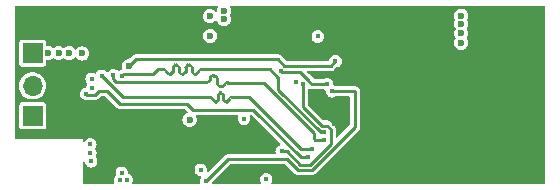
<source format=gbr>
%TF.GenerationSoftware,KiCad,Pcbnew,8.0.6-8.0.6-0~ubuntu24.04.1*%
%TF.CreationDate,2024-10-27T16:32:26+01:00*%
%TF.ProjectId,LoRa,4c6f5261-2e6b-4696-9361-645f70636258,rev?*%
%TF.SameCoordinates,Original*%
%TF.FileFunction,Copper,L2,Inr*%
%TF.FilePolarity,Positive*%
%FSLAX46Y46*%
G04 Gerber Fmt 4.6, Leading zero omitted, Abs format (unit mm)*
G04 Created by KiCad (PCBNEW 8.0.6-8.0.6-0~ubuntu24.04.1) date 2024-10-27 16:32:26*
%MOMM*%
%LPD*%
G01*
G04 APERTURE LIST*
%TA.AperFunction,ComponentPad*%
%ADD10R,1.700000X1.700000*%
%TD*%
%TA.AperFunction,ComponentPad*%
%ADD11O,1.700000X1.700000*%
%TD*%
%TA.AperFunction,ViaPad*%
%ADD12C,0.600000*%
%TD*%
%TA.AperFunction,ViaPad*%
%ADD13C,0.450000*%
%TD*%
%TA.AperFunction,Conductor*%
%ADD14C,0.250000*%
%TD*%
G04 APERTURE END LIST*
D10*
%TO.N,+5V*%
%TO.C,J1*%
X98700000Y-73775000D03*
D11*
%TO.N,GND*%
X98700000Y-71235000D03*
%TD*%
D10*
%TO.N,UART0_TX*%
%TO.C,J2*%
X98700000Y-79075000D03*
D11*
%TO.N,UART0_RX*%
X98700000Y-76535000D03*
%TD*%
D12*
%TO.N,+3.3V*%
X114900000Y-70900000D03*
D13*
X116600000Y-79310000D03*
D12*
X135000000Y-72100000D03*
D13*
X106259670Y-83895738D03*
D12*
X135000000Y-70600000D03*
X113750000Y-72300000D03*
D13*
X118487500Y-84450000D03*
X106675000Y-84500000D03*
X103750000Y-76750000D03*
X103667500Y-82932500D03*
D12*
X113750000Y-72300000D03*
X135000000Y-71299997D03*
D13*
X103600000Y-81500000D03*
D12*
X114900000Y-70200000D03*
D13*
X103600000Y-82200000D03*
X106100000Y-84500000D03*
X103700000Y-75950000D03*
D12*
X135000000Y-72900000D03*
X113712500Y-70650000D03*
X112000000Y-79400000D03*
%TO.N,+5V*%
X101800000Y-73762500D03*
X100005000Y-73775000D03*
X100900000Y-73775000D03*
X102900000Y-73800000D03*
D13*
%TO.N,GND*%
X100500000Y-72500000D03*
X130500000Y-83000000D03*
X102500000Y-72500000D03*
X101000000Y-77500000D03*
X102000000Y-75500000D03*
X121150000Y-73900000D03*
X130500000Y-82000000D03*
X136000000Y-79000000D03*
X102500000Y-70000000D03*
X105500000Y-70000000D03*
X104000000Y-70000000D03*
X123500000Y-70000000D03*
X117950000Y-81900000D03*
X131000000Y-70000000D03*
X130500000Y-81000000D03*
X124500000Y-79000000D03*
X106750000Y-70000000D03*
X128000000Y-81500000D03*
X129000000Y-81500000D03*
X98000000Y-80500000D03*
X128000000Y-70000000D03*
X121800000Y-74230000D03*
X101000000Y-75500000D03*
X101500000Y-70000000D03*
X100500000Y-70000000D03*
X139000000Y-82000000D03*
X139000000Y-73000000D03*
X127000000Y-81500000D03*
X106950000Y-72650000D03*
X123500000Y-78000000D03*
X120680000Y-71840000D03*
X102000000Y-77500000D03*
X100000000Y-75500000D03*
X101000000Y-80500000D03*
X117950000Y-81100000D03*
X141500000Y-82000000D03*
X136000000Y-76000000D03*
X106960000Y-71230000D03*
X117250000Y-83670000D03*
X99500000Y-80500000D03*
X102000000Y-76500000D03*
X121610000Y-71890000D03*
X141500000Y-73000000D03*
X124254055Y-79748419D03*
X140250000Y-73000000D03*
X122000000Y-70000000D03*
X126500000Y-84500000D03*
X111560000Y-83630000D03*
X129500000Y-84500000D03*
X100500000Y-76500000D03*
X130000000Y-81500000D03*
X129500000Y-70000000D03*
X125000000Y-70000000D03*
X111862500Y-84500000D03*
X102500000Y-71000000D03*
X105550000Y-72650000D03*
X104150000Y-72450000D03*
X140250000Y-82000000D03*
X116570000Y-84320000D03*
X117270000Y-84560000D03*
X128000000Y-84500000D03*
X130500000Y-84000000D03*
X123000000Y-77374997D03*
X102500000Y-80500000D03*
X126500000Y-70000000D03*
%TO.N,Net-(IC1-DCC_FB)*%
X121600000Y-76400000D03*
X119792308Y-82070874D03*
%TO.N,+2V85*%
X122850000Y-72362500D03*
D12*
%TO.N,CSD*%
X106885000Y-74865000D03*
D13*
X124350000Y-74450000D03*
%TO.N,CRX*%
X124050000Y-77000000D03*
X113400000Y-84600000D03*
%TO.N,CTX*%
X123650000Y-76400000D03*
X119725736Y-75324264D03*
%TO.N,SX_MOSI*%
X122400000Y-81900000D03*
X104550000Y-75700000D03*
%TO.N,SX_MISO*%
X103246750Y-77201346D03*
X122000000Y-82600000D03*
%TO.N,SX_CS*%
X106251410Y-75701410D03*
X123400000Y-80450000D03*
%TO.N,SX_SCK*%
X105550000Y-75625002D03*
X123400000Y-81150000D03*
%TO.N,SX_NRES*%
X120981062Y-76201458D03*
X112950000Y-83650000D03*
%TD*%
D14*
%TO.N,Net-(IC1-DCC_FB)*%
X120220874Y-82070874D02*
X121350000Y-83200000D01*
X123950000Y-80222182D02*
X123627818Y-79900000D01*
X121350000Y-83200000D02*
X122177818Y-83200000D01*
X123950000Y-81427818D02*
X123950000Y-80222182D01*
X123172792Y-79900000D02*
X121600000Y-78327208D01*
X122177818Y-83200000D02*
X123950000Y-81427818D01*
X119792308Y-82070874D02*
X120220874Y-82070874D01*
X123627818Y-79900000D02*
X123172792Y-79900000D01*
X121600000Y-78327208D02*
X121600000Y-76400000D01*
%TO.N,CSD*%
X106885000Y-74715000D02*
X106950000Y-74650000D01*
X119488594Y-74309304D02*
X107440696Y-74309304D01*
X120029290Y-74850000D02*
X119488594Y-74309304D01*
X124350000Y-74450000D02*
X123950000Y-74850000D01*
X123950000Y-74850000D02*
X120029290Y-74850000D01*
X106885000Y-74865000D02*
X106885000Y-74715000D01*
X107440696Y-74309304D02*
X106885000Y-74865000D01*
%TO.N,CRX*%
X122364214Y-83650000D02*
X121163604Y-83650000D01*
X121163604Y-83650000D02*
X120283604Y-82770000D01*
X120283604Y-82770000D02*
X115230000Y-82770000D01*
X126000000Y-80014214D02*
X122364214Y-83650000D01*
X115230000Y-82770000D02*
X113400000Y-84600000D01*
X124050000Y-77000000D02*
X126000000Y-77000000D01*
X126000000Y-77000000D02*
X126000000Y-80014214D01*
%TO.N,CTX*%
X119749999Y-75348528D02*
X121318528Y-75348528D01*
X122370000Y-76400000D02*
X123650000Y-76400000D01*
X121827818Y-75850000D02*
X122150000Y-76172182D01*
X121318528Y-75348528D02*
X121820000Y-75850000D01*
X122150000Y-76172182D02*
X122150000Y-76180000D01*
X122150000Y-76180000D02*
X122370000Y-76400000D01*
X121820000Y-75850000D02*
X121827818Y-75850000D01*
%TO.N,SX_MOSI*%
X113450000Y-77500000D02*
X106350000Y-77500000D01*
X114419015Y-77680000D02*
X114419015Y-77701447D01*
X114869015Y-77680000D02*
X114869015Y-77500000D01*
X114869015Y-77701436D02*
X114869015Y-77680000D01*
X114419015Y-77298553D02*
X114419015Y-77500000D01*
X122400000Y-81900000D02*
X121450000Y-81900000D01*
X115139015Y-77881436D02*
X115049015Y-77881436D01*
X115319015Y-77680000D02*
X115319015Y-77701436D01*
X117050000Y-77500000D02*
X115499015Y-77500000D01*
X106350000Y-77500000D02*
X104550000Y-75700000D01*
X113699015Y-77500000D02*
X113450000Y-77500000D01*
X113789015Y-77500000D02*
X113699015Y-77500000D01*
X114689015Y-77118553D02*
X114599015Y-77118553D01*
X114239015Y-77881447D02*
X114149015Y-77881447D01*
X113969015Y-77701447D02*
X113969015Y-77680000D01*
X114419015Y-77500000D02*
X114419015Y-77680000D01*
X121450000Y-81900000D02*
X117050000Y-77500000D01*
X114869015Y-77500000D02*
X114869015Y-77298553D01*
X114869015Y-77298553D02*
G75*
G03*
X114689015Y-77118585I-180015J-47D01*
G01*
X115049015Y-77881436D02*
G75*
G02*
X114868964Y-77701436I-15J180036D01*
G01*
X115319015Y-77701436D02*
G75*
G02*
X115139015Y-77881415I-180015J36D01*
G01*
X113969015Y-77680000D02*
G75*
G03*
X113789015Y-77499985I-180015J0D01*
G01*
X114419015Y-77701447D02*
G75*
G02*
X114239015Y-77881415I-180015J47D01*
G01*
X114149015Y-77881447D02*
G75*
G02*
X113968953Y-77701447I-15J180047D01*
G01*
X115499015Y-77500000D02*
G75*
G03*
X115319000Y-77680000I-15J-180000D01*
G01*
X114599015Y-77118553D02*
G75*
G03*
X114418953Y-77298553I-15J-180047D01*
G01*
%TO.N,SX_MISO*%
X105000000Y-76950000D02*
X104327818Y-76950000D01*
X121400000Y-82600000D02*
X117400000Y-78600000D01*
X106100000Y-78050000D02*
X105000000Y-76950000D01*
X104327818Y-76950000D02*
X103977818Y-77300000D01*
X111750000Y-78050000D02*
X106100000Y-78050000D01*
X117400000Y-78600000D02*
X114200000Y-78600000D01*
X122000000Y-82600000D02*
X121400000Y-82600000D01*
X103345404Y-77300000D02*
X103246750Y-77201346D01*
X112300000Y-78600000D02*
X112100000Y-78400000D01*
X114200000Y-78600000D02*
X112300000Y-78600000D01*
X112100000Y-78400000D02*
X111750000Y-78050000D01*
X103977818Y-77300000D02*
X103345404Y-77300000D01*
%TO.N,SX_CS*%
X106392820Y-75560000D02*
X106251410Y-75701410D01*
X110580000Y-74954652D02*
X110580000Y-75150000D01*
X110386966Y-75536068D02*
X110233034Y-75536068D01*
X111120000Y-75150000D02*
X111120000Y-74954652D01*
X109710000Y-75150000D02*
X109300000Y-75150000D01*
X111660000Y-74954654D02*
X111660000Y-75150000D01*
X110924652Y-74759304D02*
X110775348Y-74759304D01*
X112200000Y-75343029D02*
X112200000Y-75150000D01*
X123086396Y-80450000D02*
X119497918Y-76861522D01*
X111120000Y-75345346D02*
X111120000Y-75150000D01*
X109846966Y-75150000D02*
X109710000Y-75150000D01*
X109300000Y-75150000D02*
X108890000Y-75560000D01*
X108890000Y-75560000D02*
X106392820Y-75560000D01*
X111464654Y-75540692D02*
X111315346Y-75540692D01*
X119497918Y-76861522D02*
X119497918Y-75874264D01*
X111660000Y-75150000D02*
X111660000Y-75345346D01*
X110580000Y-75150000D02*
X110580000Y-75343034D01*
X118773654Y-75150000D02*
X112950000Y-75150000D01*
X112004654Y-74759308D02*
X111855346Y-74759308D01*
X123400000Y-80450000D02*
X123086396Y-80450000D01*
X119497918Y-75874264D02*
X118773654Y-75150000D01*
X112200000Y-75150000D02*
X112200000Y-74954654D01*
X112563942Y-75536058D02*
X112393029Y-75536058D01*
X111660000Y-75345346D02*
G75*
G02*
X111464654Y-75540600I-195300J46D01*
G01*
X110233034Y-75536068D02*
G75*
G02*
X110039932Y-75343034I-34J193068D01*
G01*
X112756971Y-75343029D02*
G75*
G02*
X112563942Y-75536071I-193071J29D01*
G01*
X111120000Y-74954652D02*
G75*
G03*
X110924652Y-74759400I-195300J-48D01*
G01*
X112393029Y-75536058D02*
G75*
G02*
X112199942Y-75343029I-29J193058D01*
G01*
X112200000Y-74954654D02*
G75*
G03*
X112004654Y-74759400I-195300J-46D01*
G01*
X111855346Y-74759308D02*
G75*
G03*
X111659908Y-74954654I-46J-195392D01*
G01*
X112950000Y-75150000D02*
G75*
G03*
X112757000Y-75343029I0J-193000D01*
G01*
X110040000Y-75343034D02*
G75*
G03*
X109846966Y-75150000I-193000J34D01*
G01*
X110775348Y-74759304D02*
G75*
G03*
X110579904Y-74954652I-48J-195396D01*
G01*
X110580000Y-75343034D02*
G75*
G02*
X110386966Y-75536000I-193000J34D01*
G01*
X111315346Y-75540692D02*
G75*
G02*
X111119908Y-75345346I-46J195392D01*
G01*
%TO.N,SX_SCK*%
X105801410Y-76251410D02*
X105550000Y-76000000D01*
X113375072Y-76251410D02*
X111755607Y-76251410D01*
X113495072Y-76251410D02*
X113375072Y-76251410D01*
X114335072Y-76251410D02*
X114335072Y-76011410D01*
X114335072Y-76394720D02*
X114335072Y-76251410D01*
X114848452Y-76538030D02*
X114478382Y-76538030D01*
X122500000Y-80500000D02*
X118324264Y-76324264D01*
X122500000Y-81000000D02*
X122500000Y-80500000D01*
X118324264Y-76324264D02*
X115207926Y-76324264D01*
X115207926Y-76324264D02*
X115135072Y-76251410D01*
X123400000Y-81150000D02*
X122650000Y-81150000D01*
X113735072Y-75918292D02*
X113735072Y-76011410D01*
X111755607Y-76251410D02*
X105801410Y-76251410D01*
X114095072Y-75678292D02*
X113975072Y-75678292D01*
X114335072Y-76011410D02*
X114335072Y-75918292D01*
X122650000Y-81150000D02*
X122500000Y-81000000D01*
X105550000Y-76000000D02*
X105550000Y-75625002D01*
X114991762Y-76394720D02*
G75*
G02*
X114848452Y-76537962I-143262J20D01*
G01*
X115135072Y-76251410D02*
G75*
G03*
X114991810Y-76394720I28J-143290D01*
G01*
X114335072Y-75918292D02*
G75*
G03*
X114095072Y-75678328I-239972J-8D01*
G01*
X114478382Y-76538030D02*
G75*
G02*
X114335070Y-76394720I18J143330D01*
G01*
X113975072Y-75678292D02*
G75*
G03*
X113735092Y-75918292I28J-240008D01*
G01*
X113735072Y-76011410D02*
G75*
G02*
X113495072Y-76251372I-239972J10D01*
G01*
%TD*%
%TA.AperFunction,Conductor*%
%TO.N,GND*%
G36*
X114390268Y-69772174D02*
G01*
X114411942Y-69824500D01*
X114396650Y-69869548D01*
X114375464Y-69897158D01*
X114314955Y-70043238D01*
X114314955Y-70043239D01*
X114294318Y-70200000D01*
X114294318Y-70203812D01*
X114272644Y-70256138D01*
X114220318Y-70277812D01*
X114167992Y-70256138D01*
X114161610Y-70248861D01*
X114147388Y-70230327D01*
X114140782Y-70221718D01*
X114140781Y-70221717D01*
X114140779Y-70221715D01*
X114015341Y-70125464D01*
X113869261Y-70064955D01*
X113712500Y-70044318D01*
X113555739Y-70064955D01*
X113555738Y-70064955D01*
X113409658Y-70125464D01*
X113284220Y-70221715D01*
X113284215Y-70221720D01*
X113187964Y-70347158D01*
X113127455Y-70493238D01*
X113127455Y-70493239D01*
X113106818Y-70650000D01*
X113127455Y-70806760D01*
X113127455Y-70806761D01*
X113187964Y-70952841D01*
X113284215Y-71078279D01*
X113284220Y-71078284D01*
X113367845Y-71142451D01*
X113409659Y-71174536D01*
X113555738Y-71235044D01*
X113712500Y-71255682D01*
X113869262Y-71235044D01*
X114015341Y-71174536D01*
X114140782Y-71078282D01*
X114183110Y-71023118D01*
X114232158Y-70994799D01*
X114286865Y-71009457D01*
X114311774Y-71052590D01*
X114313700Y-71052075D01*
X114314955Y-71056761D01*
X114375464Y-71202841D01*
X114471715Y-71328279D01*
X114471720Y-71328284D01*
X114555345Y-71392451D01*
X114597159Y-71424536D01*
X114743238Y-71485044D01*
X114900000Y-71505682D01*
X115056762Y-71485044D01*
X115202841Y-71424536D01*
X115328282Y-71328282D01*
X115424536Y-71202841D01*
X115485044Y-71056762D01*
X115505682Y-70900000D01*
X115485044Y-70743238D01*
X115425713Y-70600000D01*
X134394318Y-70600000D01*
X134414955Y-70756760D01*
X134414955Y-70756761D01*
X134475464Y-70902843D01*
X134477082Y-70904951D01*
X134477428Y-70906244D01*
X134477890Y-70907044D01*
X134477675Y-70907167D01*
X134491740Y-70959658D01*
X134477089Y-70995036D01*
X134475467Y-70997149D01*
X134475464Y-70997154D01*
X134414955Y-71143235D01*
X134414955Y-71143236D01*
X134394318Y-71299997D01*
X134414955Y-71456757D01*
X134414955Y-71456758D01*
X134475464Y-71602838D01*
X134515450Y-71654949D01*
X134530109Y-71709656D01*
X134515451Y-71745044D01*
X134475465Y-71797157D01*
X134475464Y-71797157D01*
X134414955Y-71943238D01*
X134414955Y-71943239D01*
X134394318Y-72100000D01*
X134414955Y-72256760D01*
X134414955Y-72256761D01*
X134458754Y-72362500D01*
X134475464Y-72402841D01*
X134515449Y-72454951D01*
X134515450Y-72454952D01*
X134530108Y-72509660D01*
X134515450Y-72545048D01*
X134475463Y-72597160D01*
X134414955Y-72743238D01*
X134414955Y-72743239D01*
X134394318Y-72900000D01*
X134414955Y-73056760D01*
X134414955Y-73056761D01*
X134475464Y-73202841D01*
X134571715Y-73328279D01*
X134571720Y-73328284D01*
X134628384Y-73371763D01*
X134697159Y-73424536D01*
X134843238Y-73485044D01*
X135000000Y-73505682D01*
X135156762Y-73485044D01*
X135302841Y-73424536D01*
X135428282Y-73328282D01*
X135524536Y-73202841D01*
X135585044Y-73056762D01*
X135605682Y-72900000D01*
X135585044Y-72743238D01*
X135524536Y-72597159D01*
X135484549Y-72545048D01*
X135469891Y-72490342D01*
X135484550Y-72454951D01*
X135524536Y-72402841D01*
X135585044Y-72256762D01*
X135605682Y-72100000D01*
X135585044Y-71943238D01*
X135524536Y-71797159D01*
X135507889Y-71775464D01*
X135484549Y-71745046D01*
X135469890Y-71690339D01*
X135484548Y-71654950D01*
X135524536Y-71602838D01*
X135585044Y-71456759D01*
X135605682Y-71299997D01*
X135585044Y-71143235D01*
X135524536Y-70997156D01*
X135522918Y-70995047D01*
X135522570Y-70993751D01*
X135522110Y-70992953D01*
X135522323Y-70992829D01*
X135508258Y-70940340D01*
X135522921Y-70904944D01*
X135524536Y-70902841D01*
X135585044Y-70756762D01*
X135605682Y-70600000D01*
X135585044Y-70443238D01*
X135524536Y-70297159D01*
X135466648Y-70221718D01*
X135428284Y-70171720D01*
X135428279Y-70171715D01*
X135302841Y-70075464D01*
X135156761Y-70014955D01*
X135000000Y-69994318D01*
X134843239Y-70014955D01*
X134843238Y-70014955D01*
X134697158Y-70075464D01*
X134571720Y-70171715D01*
X134571715Y-70171720D01*
X134475464Y-70297158D01*
X134414955Y-70443238D01*
X134414955Y-70443239D01*
X134394318Y-70600000D01*
X115425713Y-70600000D01*
X115424536Y-70597159D01*
X115422918Y-70595050D01*
X115422570Y-70593754D01*
X115422110Y-70592956D01*
X115422323Y-70592832D01*
X115408258Y-70540343D01*
X115422918Y-70504950D01*
X115423310Y-70504437D01*
X115424536Y-70502841D01*
X115485044Y-70356762D01*
X115505682Y-70200000D01*
X115485044Y-70043238D01*
X115424536Y-69897159D01*
X115418666Y-69889509D01*
X115403350Y-69869548D01*
X115388691Y-69814841D01*
X115417010Y-69765792D01*
X115462058Y-69750500D01*
X142025500Y-69750500D01*
X142077826Y-69772174D01*
X142099500Y-69824500D01*
X142099500Y-84775500D01*
X142077826Y-84827826D01*
X142025500Y-84849500D01*
X118993390Y-84849500D01*
X118941064Y-84827826D01*
X118919390Y-84775500D01*
X118934682Y-84730451D01*
X118946522Y-84715020D01*
X118946524Y-84715018D01*
X118999474Y-84587183D01*
X119017535Y-84450000D01*
X118999474Y-84312817D01*
X118946524Y-84184983D01*
X118946522Y-84184980D01*
X118862293Y-84075211D01*
X118862292Y-84075210D01*
X118817680Y-84040977D01*
X118752518Y-83990976D01*
X118751333Y-83990485D01*
X118624682Y-83938025D01*
X118487500Y-83919965D01*
X118350317Y-83938025D01*
X118222484Y-83990975D01*
X118112709Y-84075209D01*
X118028475Y-84184984D01*
X117975525Y-84312817D01*
X117957465Y-84450000D01*
X117975525Y-84587182D01*
X118028475Y-84715016D01*
X118028477Y-84715020D01*
X118040318Y-84730451D01*
X118054977Y-84785159D01*
X118026659Y-84834208D01*
X117981610Y-84849500D01*
X113976199Y-84849500D01*
X113923873Y-84827826D01*
X113902199Y-84775500D01*
X113907832Y-84747182D01*
X113911974Y-84737183D01*
X113915883Y-84707489D01*
X113936923Y-84664823D01*
X115384574Y-83217174D01*
X115436900Y-83195500D01*
X120076704Y-83195500D01*
X120129030Y-83217174D01*
X120902341Y-83990485D01*
X120999367Y-84046503D01*
X121107583Y-84075499D01*
X121107584Y-84075500D01*
X121107586Y-84075500D01*
X122420234Y-84075500D01*
X122420234Y-84075499D01*
X122528451Y-84046503D01*
X122625477Y-83990485D01*
X126340485Y-80275477D01*
X126396503Y-80178451D01*
X126425499Y-80070234D01*
X126425500Y-80070234D01*
X126425500Y-76943980D01*
X126425499Y-76943979D01*
X126423449Y-76936330D01*
X126396503Y-76835763D01*
X126340485Y-76738737D01*
X126261263Y-76659515D01*
X126233566Y-76643524D01*
X126164241Y-76603499D01*
X126164232Y-76603495D01*
X126056020Y-76574500D01*
X126056018Y-76574500D01*
X124383827Y-76574500D01*
X124338779Y-76559208D01*
X124315020Y-76540977D01*
X124315016Y-76540975D01*
X124221875Y-76502395D01*
X124181826Y-76462347D01*
X124176826Y-76424370D01*
X124180035Y-76400000D01*
X124161974Y-76262817D01*
X124109024Y-76134983D01*
X124024791Y-76025209D01*
X123915018Y-75940976D01*
X123904072Y-75936442D01*
X123787182Y-75888025D01*
X123650000Y-75869965D01*
X123512817Y-75888025D01*
X123384984Y-75940975D01*
X123384975Y-75940980D01*
X123361223Y-75959207D01*
X123316174Y-75974500D01*
X122576900Y-75974500D01*
X122524574Y-75952826D01*
X122508052Y-75936304D01*
X122496294Y-75920981D01*
X122490485Y-75910919D01*
X122089081Y-75509515D01*
X122089078Y-75509513D01*
X122089076Y-75509511D01*
X122079021Y-75503706D01*
X122063694Y-75491946D01*
X121973574Y-75401826D01*
X121951900Y-75349500D01*
X121973574Y-75297174D01*
X122025900Y-75275500D01*
X124006020Y-75275500D01*
X124006020Y-75275499D01*
X124114237Y-75246503D01*
X124211263Y-75190485D01*
X124414824Y-74986922D01*
X124457489Y-74965883D01*
X124487183Y-74961974D01*
X124615018Y-74909024D01*
X124724791Y-74824791D01*
X124809024Y-74715018D01*
X124861974Y-74587183D01*
X124880035Y-74450000D01*
X124861974Y-74312817D01*
X124809024Y-74184983D01*
X124724791Y-74075209D01*
X124615018Y-73990976D01*
X124615016Y-73990975D01*
X124487182Y-73938025D01*
X124350000Y-73919965D01*
X124212817Y-73938025D01*
X124084984Y-73990975D01*
X123975209Y-74075209D01*
X123890975Y-74184984D01*
X123838025Y-74312818D01*
X123838024Y-74312820D01*
X123834114Y-74342513D01*
X123813076Y-74385174D01*
X123795427Y-74402823D01*
X123743105Y-74424500D01*
X120236190Y-74424500D01*
X120183864Y-74402826D01*
X119749857Y-73968819D01*
X119652835Y-73912803D01*
X119652826Y-73912799D01*
X119544614Y-73883804D01*
X119544612Y-73883804D01*
X107496715Y-73883804D01*
X107384678Y-73883804D01*
X107384676Y-73883804D01*
X107276463Y-73912799D01*
X107276454Y-73912803D01*
X107179432Y-73968819D01*
X106945426Y-74202826D01*
X106898573Y-74222232D01*
X106898789Y-74223867D01*
X106893979Y-74224500D01*
X106785767Y-74253495D01*
X106785758Y-74253499D01*
X106756137Y-74270601D01*
X106732872Y-74278499D01*
X106732926Y-74278699D01*
X106729875Y-74279516D01*
X106728799Y-74279882D01*
X106728238Y-74279955D01*
X106582158Y-74340464D01*
X106456720Y-74436715D01*
X106456715Y-74436720D01*
X106360464Y-74562158D01*
X106299955Y-74708238D01*
X106299955Y-74708239D01*
X106279318Y-74865000D01*
X106299955Y-75021760D01*
X106299955Y-75021761D01*
X106313378Y-75054165D01*
X106313378Y-75110802D01*
X106273330Y-75150851D01*
X106264165Y-75153962D01*
X106228586Y-75163496D01*
X106228580Y-75163498D01*
X106216910Y-75170236D01*
X106189572Y-75179516D01*
X106114227Y-75189435D01*
X105981912Y-75244242D01*
X105981094Y-75242269D01*
X105932054Y-75248701D01*
X105906194Y-75235941D01*
X105815018Y-75165978D01*
X105809031Y-75163498D01*
X105687182Y-75113027D01*
X105550000Y-75094967D01*
X105412817Y-75113027D01*
X105284984Y-75165977D01*
X105175209Y-75250211D01*
X105090975Y-75359986D01*
X105088552Y-75364184D01*
X105087300Y-75363461D01*
X105051059Y-75399689D01*
X104994422Y-75399679D01*
X104964045Y-75376365D01*
X104924793Y-75325211D01*
X104924792Y-75325210D01*
X104888256Y-75297174D01*
X104815018Y-75240976D01*
X104802860Y-75235940D01*
X104687182Y-75188025D01*
X104550000Y-75169965D01*
X104412817Y-75188025D01*
X104284984Y-75240975D01*
X104175209Y-75325209D01*
X104090975Y-75434983D01*
X104079903Y-75461715D01*
X104039854Y-75501763D01*
X103983216Y-75501762D01*
X103966487Y-75492102D01*
X103965025Y-75490980D01*
X103965016Y-75490975D01*
X103837182Y-75438025D01*
X103700000Y-75419965D01*
X103562817Y-75438025D01*
X103434984Y-75490975D01*
X103325209Y-75575209D01*
X103240975Y-75684984D01*
X103188025Y-75812817D01*
X103169965Y-75950000D01*
X103188025Y-76087182D01*
X103217783Y-76159024D01*
X103240976Y-76215018D01*
X103325209Y-76324791D01*
X103325213Y-76324794D01*
X103328639Y-76328220D01*
X103326694Y-76330164D01*
X103350636Y-76371593D01*
X103336000Y-76426306D01*
X103335981Y-76426330D01*
X103290977Y-76484980D01*
X103290975Y-76484984D01*
X103238025Y-76612819D01*
X103237445Y-76617222D01*
X103209121Y-76666268D01*
X103173740Y-76680922D01*
X103109567Y-76689372D01*
X103109564Y-76689372D01*
X102981734Y-76742321D01*
X102871959Y-76826555D01*
X102787725Y-76936330D01*
X102734775Y-77064163D01*
X102716715Y-77201346D01*
X102734775Y-77338528D01*
X102759067Y-77397174D01*
X102787726Y-77466364D01*
X102871959Y-77576137D01*
X102981732Y-77660370D01*
X103109567Y-77713320D01*
X103246750Y-77731381D01*
X103286611Y-77726132D01*
X103296270Y-77725500D01*
X104033838Y-77725500D01*
X104033838Y-77725499D01*
X104142055Y-77696503D01*
X104239081Y-77640485D01*
X104482392Y-77397174D01*
X104534718Y-77375500D01*
X104793100Y-77375500D01*
X104845426Y-77397174D01*
X105759515Y-78311263D01*
X105838737Y-78390485D01*
X105935763Y-78446503D01*
X106043979Y-78475499D01*
X106043980Y-78475500D01*
X106043982Y-78475500D01*
X111543100Y-78475500D01*
X111595426Y-78497174D01*
X111814402Y-78716150D01*
X111836076Y-78768476D01*
X111814402Y-78820802D01*
X111790395Y-78836843D01*
X111697158Y-78875464D01*
X111571720Y-78971715D01*
X111571715Y-78971720D01*
X111475464Y-79097158D01*
X111414955Y-79243238D01*
X111414955Y-79243239D01*
X111394318Y-79400000D01*
X111414955Y-79556760D01*
X111414955Y-79556761D01*
X111475464Y-79702841D01*
X111571715Y-79828279D01*
X111571720Y-79828284D01*
X111655345Y-79892451D01*
X111697159Y-79924536D01*
X111843238Y-79985044D01*
X112000000Y-80005682D01*
X112156762Y-79985044D01*
X112302841Y-79924536D01*
X112428282Y-79828282D01*
X112524536Y-79702841D01*
X112585044Y-79556762D01*
X112605682Y-79400000D01*
X112585044Y-79243238D01*
X112555875Y-79172817D01*
X112537236Y-79127818D01*
X112537236Y-79071181D01*
X112577285Y-79031133D01*
X112605603Y-79025500D01*
X114143982Y-79025500D01*
X116038298Y-79025500D01*
X116090624Y-79047174D01*
X116112298Y-79099500D01*
X116106665Y-79127818D01*
X116088025Y-79172817D01*
X116069965Y-79310000D01*
X116088025Y-79447182D01*
X116140975Y-79575016D01*
X116140976Y-79575018D01*
X116225209Y-79684791D01*
X116334982Y-79769024D01*
X116462817Y-79821974D01*
X116600000Y-79840035D01*
X116737183Y-79821974D01*
X116865018Y-79769024D01*
X116974791Y-79684791D01*
X117059024Y-79575018D01*
X117111974Y-79447183D01*
X117130035Y-79310000D01*
X117111974Y-79172817D01*
X117093335Y-79127817D01*
X117093335Y-79071181D01*
X117133384Y-79031133D01*
X117161702Y-79025500D01*
X117193100Y-79025500D01*
X117245426Y-79047174D01*
X119648957Y-81450705D01*
X119670631Y-81503031D01*
X119648957Y-81555357D01*
X119624950Y-81571398D01*
X119527291Y-81611850D01*
X119417517Y-81696083D01*
X119333283Y-81805858D01*
X119280333Y-81933691D01*
X119262273Y-82070874D01*
X119280333Y-82208056D01*
X119294469Y-82242182D01*
X119294469Y-82298819D01*
X119254420Y-82338867D01*
X119226102Y-82344500D01*
X115173980Y-82344500D01*
X115065767Y-82373495D01*
X115065758Y-82373499D01*
X114968736Y-82429515D01*
X113593517Y-83804734D01*
X113541191Y-83826408D01*
X113488865Y-83804734D01*
X113467191Y-83752408D01*
X113467824Y-83742749D01*
X113480035Y-83650000D01*
X113461974Y-83512817D01*
X113409024Y-83384983D01*
X113324791Y-83275209D01*
X113215018Y-83190976D01*
X113215016Y-83190975D01*
X113087182Y-83138025D01*
X112950000Y-83119965D01*
X112812817Y-83138025D01*
X112684984Y-83190975D01*
X112575209Y-83275209D01*
X112490975Y-83384984D01*
X112438025Y-83512817D01*
X112419965Y-83650000D01*
X112438025Y-83787182D01*
X112482990Y-83895738D01*
X112490976Y-83915018D01*
X112575209Y-84024791D01*
X112684982Y-84109024D01*
X112812817Y-84161974D01*
X112922716Y-84176442D01*
X112971764Y-84204760D01*
X112986423Y-84259468D01*
X112971765Y-84294856D01*
X112940977Y-84334981D01*
X112940975Y-84334984D01*
X112888025Y-84462817D01*
X112869965Y-84600000D01*
X112888025Y-84737180D01*
X112888025Y-84737182D01*
X112888026Y-84737183D01*
X112892168Y-84747182D01*
X112892168Y-84803818D01*
X112852120Y-84843867D01*
X112823801Y-84849500D01*
X107209779Y-84849500D01*
X107157453Y-84827826D01*
X107135779Y-84775500D01*
X107141412Y-84747182D01*
X107186974Y-84637182D01*
X107191869Y-84600000D01*
X107205035Y-84500000D01*
X107186974Y-84362817D01*
X107134024Y-84234983D01*
X107110833Y-84204760D01*
X107049793Y-84125211D01*
X107049792Y-84125210D01*
X107028699Y-84109024D01*
X106940019Y-84040976D01*
X106831805Y-83996153D01*
X106791757Y-83956105D01*
X106786757Y-83918126D01*
X106787166Y-83915018D01*
X106789705Y-83895738D01*
X106771644Y-83758555D01*
X106718694Y-83630721D01*
X106634461Y-83520947D01*
X106524688Y-83436714D01*
X106524686Y-83436713D01*
X106396852Y-83383763D01*
X106259670Y-83365703D01*
X106122487Y-83383763D01*
X105994654Y-83436713D01*
X105884879Y-83520947D01*
X105800645Y-83630722D01*
X105747695Y-83758555D01*
X105729635Y-83895738D01*
X105747695Y-84032920D01*
X105749550Y-84037397D01*
X105749550Y-84094034D01*
X105728426Y-84121568D01*
X105728638Y-84121780D01*
X105727029Y-84123388D01*
X105726242Y-84124415D01*
X105725213Y-84125204D01*
X105725206Y-84125211D01*
X105640977Y-84234980D01*
X105640975Y-84234984D01*
X105588025Y-84362817D01*
X105569965Y-84500000D01*
X105588025Y-84637182D01*
X105633588Y-84747182D01*
X105633588Y-84803819D01*
X105593539Y-84843867D01*
X105565221Y-84849500D01*
X103074000Y-84849500D01*
X103021674Y-84827826D01*
X103000000Y-84775500D01*
X103000000Y-83017370D01*
X103021674Y-82965044D01*
X103074000Y-82943370D01*
X103126326Y-82965044D01*
X103147367Y-83007711D01*
X103155525Y-83069682D01*
X103207640Y-83195500D01*
X103208476Y-83197518D01*
X103292709Y-83307291D01*
X103402482Y-83391524D01*
X103530317Y-83444474D01*
X103667500Y-83462535D01*
X103804683Y-83444474D01*
X103932518Y-83391524D01*
X104042291Y-83307291D01*
X104126524Y-83197518D01*
X104179474Y-83069683D01*
X104197535Y-82932500D01*
X104179474Y-82795317D01*
X104126524Y-82667483D01*
X104126522Y-82667480D01*
X104049662Y-82567314D01*
X104035003Y-82512607D01*
X104049661Y-82477218D01*
X104059024Y-82465018D01*
X104111974Y-82337183D01*
X104130035Y-82200000D01*
X104111974Y-82062817D01*
X104059024Y-81934983D01*
X104059022Y-81934978D01*
X104028381Y-81895048D01*
X104013721Y-81840341D01*
X104028378Y-81804954D01*
X104059024Y-81765018D01*
X104111974Y-81637183D01*
X104130035Y-81500000D01*
X104111974Y-81362817D01*
X104059024Y-81234983D01*
X104056437Y-81231611D01*
X103974793Y-81125211D01*
X103974792Y-81125210D01*
X103865019Y-81040977D01*
X103865018Y-81040976D01*
X103855337Y-81036966D01*
X103737182Y-80988025D01*
X103600000Y-80969965D01*
X103462817Y-80988025D01*
X103334984Y-81040975D01*
X103225209Y-81125209D01*
X103140975Y-81234984D01*
X103138552Y-81239182D01*
X103136183Y-81237814D01*
X103102305Y-81271679D01*
X103045668Y-81271668D01*
X103005627Y-81231611D01*
X103000000Y-81203306D01*
X103000000Y-81000000D01*
X97274500Y-81000000D01*
X97222174Y-80978326D01*
X97200500Y-80926000D01*
X97200500Y-78180135D01*
X97549500Y-78180135D01*
X97549500Y-79969863D01*
X97552414Y-79994986D01*
X97552415Y-79994992D01*
X97580210Y-80057942D01*
X97597794Y-80097765D01*
X97677235Y-80177206D01*
X97780009Y-80222585D01*
X97805135Y-80225500D01*
X99594864Y-80225499D01*
X99619991Y-80222585D01*
X99722765Y-80177206D01*
X99802206Y-80097765D01*
X99847585Y-79994991D01*
X99850500Y-79969865D01*
X99850499Y-78180136D01*
X99847585Y-78155009D01*
X99802206Y-78052235D01*
X99722765Y-77972794D01*
X99619991Y-77927415D01*
X99619990Y-77927414D01*
X99619988Y-77927414D01*
X99598659Y-77924940D01*
X99594865Y-77924500D01*
X99594864Y-77924500D01*
X97805136Y-77924500D01*
X97780013Y-77927414D01*
X97780007Y-77927415D01*
X97677234Y-77972794D01*
X97597794Y-78052234D01*
X97552414Y-78155011D01*
X97549500Y-78180135D01*
X97200500Y-78180135D01*
X97200500Y-76534996D01*
X97544571Y-76534996D01*
X97544571Y-76535003D01*
X97564242Y-76747303D01*
X97564243Y-76747309D01*
X97622593Y-76952383D01*
X97622596Y-76952393D01*
X97717632Y-77143252D01*
X97717634Y-77143255D01*
X97846128Y-77313407D01*
X98003698Y-77457052D01*
X98184981Y-77569298D01*
X98383802Y-77646321D01*
X98593390Y-77685500D01*
X98806610Y-77685500D01*
X99016198Y-77646321D01*
X99215019Y-77569298D01*
X99396302Y-77457052D01*
X99553872Y-77313407D01*
X99682366Y-77143255D01*
X99777405Y-76952389D01*
X99835756Y-76747310D01*
X99836219Y-76742322D01*
X99855429Y-76535003D01*
X99855429Y-76534996D01*
X99835757Y-76322696D01*
X99835756Y-76322690D01*
X99805120Y-76215018D01*
X99777405Y-76117611D01*
X99762253Y-76087182D01*
X99682367Y-75926747D01*
X99682363Y-75926741D01*
X99669764Y-75910057D01*
X99553872Y-75756593D01*
X99553253Y-75756029D01*
X99498112Y-75705761D01*
X99396302Y-75612948D01*
X99215019Y-75500702D01*
X99016198Y-75423679D01*
X98924150Y-75406472D01*
X98806613Y-75384500D01*
X98806610Y-75384500D01*
X98593390Y-75384500D01*
X98593386Y-75384500D01*
X98436670Y-75413796D01*
X98383802Y-75423679D01*
X98383800Y-75423679D01*
X98383798Y-75423680D01*
X98207583Y-75491946D01*
X98184981Y-75500702D01*
X98184976Y-75500704D01*
X98184976Y-75500705D01*
X98003700Y-75612946D01*
X97846130Y-75756590D01*
X97717636Y-75926741D01*
X97717632Y-75926747D01*
X97622596Y-76117606D01*
X97622593Y-76117616D01*
X97564243Y-76322690D01*
X97564242Y-76322696D01*
X97544571Y-76534996D01*
X97200500Y-76534996D01*
X97200500Y-72880135D01*
X97549500Y-72880135D01*
X97549500Y-74669863D01*
X97552414Y-74694986D01*
X97552415Y-74694992D01*
X97579564Y-74756478D01*
X97597794Y-74797765D01*
X97677235Y-74877206D01*
X97780009Y-74922585D01*
X97805135Y-74925500D01*
X99594864Y-74925499D01*
X99619991Y-74922585D01*
X99722765Y-74877206D01*
X99802206Y-74797765D01*
X99847585Y-74694991D01*
X99850500Y-74669865D01*
X99850499Y-74444721D01*
X99872173Y-74392396D01*
X99924499Y-74370722D01*
X99934154Y-74371354D01*
X100005000Y-74380682D01*
X100161762Y-74360044D01*
X100307841Y-74299536D01*
X100407454Y-74223100D01*
X100462158Y-74208442D01*
X100497543Y-74223098D01*
X100597159Y-74299536D01*
X100743238Y-74360044D01*
X100900000Y-74380682D01*
X101056762Y-74360044D01*
X101202841Y-74299536D01*
X101313097Y-74214934D01*
X101367804Y-74200275D01*
X101403193Y-74214934D01*
X101453447Y-74253495D01*
X101497159Y-74287036D01*
X101643238Y-74347544D01*
X101800000Y-74368182D01*
X101956762Y-74347544D01*
X102102841Y-74287036D01*
X102228282Y-74190782D01*
X102276905Y-74127414D01*
X102325952Y-74099097D01*
X102380660Y-74113755D01*
X102394320Y-74127416D01*
X102471715Y-74228279D01*
X102471720Y-74228284D01*
X102539060Y-74279955D01*
X102597159Y-74324536D01*
X102743238Y-74385044D01*
X102900000Y-74405682D01*
X103056762Y-74385044D01*
X103202841Y-74324536D01*
X103328282Y-74228282D01*
X103424536Y-74102841D01*
X103485044Y-73956762D01*
X103505682Y-73800000D01*
X103485044Y-73643238D01*
X103424536Y-73497159D01*
X103328282Y-73371718D01*
X103328281Y-73371717D01*
X103328279Y-73371715D01*
X103202841Y-73275464D01*
X103056761Y-73214955D01*
X102900000Y-73194318D01*
X102743239Y-73214955D01*
X102743238Y-73214955D01*
X102597158Y-73275464D01*
X102471720Y-73371715D01*
X102471718Y-73371717D01*
X102423095Y-73435084D01*
X102374045Y-73463402D01*
X102319338Y-73448743D01*
X102305679Y-73435083D01*
X102228284Y-73334220D01*
X102228279Y-73334215D01*
X102102841Y-73237964D01*
X101956761Y-73177455D01*
X101800000Y-73156818D01*
X101643239Y-73177455D01*
X101643238Y-73177455D01*
X101497160Y-73237963D01*
X101386902Y-73322566D01*
X101332194Y-73337224D01*
X101296806Y-73322565D01*
X101202841Y-73250464D01*
X101056761Y-73189955D01*
X100900000Y-73169318D01*
X100743239Y-73189955D01*
X100743238Y-73189955D01*
X100597158Y-73250464D01*
X100497548Y-73326897D01*
X100442841Y-73341556D01*
X100407452Y-73326897D01*
X100307841Y-73250464D01*
X100161761Y-73189955D01*
X100025637Y-73172034D01*
X100005000Y-73169318D01*
X100004999Y-73169318D01*
X99934157Y-73178644D01*
X99879450Y-73163985D01*
X99851132Y-73114935D01*
X99850499Y-73105277D01*
X99850499Y-72880136D01*
X99847585Y-72855013D01*
X99847585Y-72855011D01*
X99847585Y-72855009D01*
X99802206Y-72752235D01*
X99722765Y-72672794D01*
X99619991Y-72627415D01*
X99619990Y-72627414D01*
X99619988Y-72627414D01*
X99598659Y-72624940D01*
X99594865Y-72624500D01*
X99594864Y-72624500D01*
X97805136Y-72624500D01*
X97780013Y-72627414D01*
X97780007Y-72627415D01*
X97677234Y-72672794D01*
X97597794Y-72752234D01*
X97552414Y-72855011D01*
X97549500Y-72880135D01*
X97200500Y-72880135D01*
X97200500Y-72300000D01*
X113144318Y-72300000D01*
X113164955Y-72456760D01*
X113164955Y-72456761D01*
X113225464Y-72602841D01*
X113321715Y-72728279D01*
X113321720Y-72728284D01*
X113341209Y-72743238D01*
X113447159Y-72824536D01*
X113593238Y-72885044D01*
X113750000Y-72905682D01*
X113906762Y-72885044D01*
X114052841Y-72824536D01*
X114178282Y-72728282D01*
X114274536Y-72602841D01*
X114335044Y-72456762D01*
X114347454Y-72362500D01*
X122319965Y-72362500D01*
X122338025Y-72499682D01*
X122389726Y-72624500D01*
X122390976Y-72627518D01*
X122475209Y-72737291D01*
X122584982Y-72821524D01*
X122712817Y-72874474D01*
X122850000Y-72892535D01*
X122987183Y-72874474D01*
X123115018Y-72821524D01*
X123224791Y-72737291D01*
X123309024Y-72627518D01*
X123361974Y-72499683D01*
X123380035Y-72362500D01*
X123361974Y-72225317D01*
X123309024Y-72097483D01*
X123309022Y-72097480D01*
X123224793Y-71987711D01*
X123224792Y-71987710D01*
X123115019Y-71903477D01*
X123115018Y-71903476D01*
X123115016Y-71903475D01*
X122987182Y-71850525D01*
X122850000Y-71832465D01*
X122712817Y-71850525D01*
X122584984Y-71903475D01*
X122475209Y-71987709D01*
X122390975Y-72097484D01*
X122338025Y-72225317D01*
X122319965Y-72362500D01*
X114347454Y-72362500D01*
X114355682Y-72300000D01*
X114335044Y-72143238D01*
X114274536Y-71997159D01*
X114233161Y-71943238D01*
X114178284Y-71871720D01*
X114178279Y-71871715D01*
X114052841Y-71775464D01*
X113906761Y-71714955D01*
X113750000Y-71694318D01*
X113593239Y-71714955D01*
X113593238Y-71714955D01*
X113447158Y-71775464D01*
X113321720Y-71871715D01*
X113321715Y-71871720D01*
X113225464Y-71997158D01*
X113164955Y-72143238D01*
X113164955Y-72143239D01*
X113144318Y-72300000D01*
X97200500Y-72300000D01*
X97200500Y-69824500D01*
X97222174Y-69772174D01*
X97274500Y-69750500D01*
X114337942Y-69750500D01*
X114390268Y-69772174D01*
G37*
%TD.AperFunction*%
%TA.AperFunction,Conductor*%
G36*
X122136499Y-76756513D02*
G01*
X122205763Y-76796503D01*
X122313979Y-76825499D01*
X122313980Y-76825500D01*
X122313982Y-76825500D01*
X122426018Y-76825500D01*
X123316173Y-76825500D01*
X123361221Y-76840792D01*
X123384979Y-76859022D01*
X123384982Y-76859024D01*
X123454066Y-76887639D01*
X123478124Y-76897604D01*
X123518173Y-76937652D01*
X123523173Y-76975629D01*
X123519965Y-76999999D01*
X123519965Y-77000000D01*
X123538025Y-77137182D01*
X123590975Y-77265016D01*
X123590976Y-77265018D01*
X123675209Y-77374791D01*
X123784982Y-77459024D01*
X123912817Y-77511974D01*
X124050000Y-77530035D01*
X124187183Y-77511974D01*
X124315018Y-77459024D01*
X124330461Y-77447174D01*
X124338779Y-77440792D01*
X124383827Y-77425500D01*
X125500500Y-77425500D01*
X125552826Y-77447174D01*
X125574500Y-77499500D01*
X125574500Y-79807314D01*
X125552826Y-79859640D01*
X124501826Y-80910640D01*
X124449500Y-80932314D01*
X124397174Y-80910640D01*
X124375500Y-80858314D01*
X124375500Y-80166166D01*
X124375500Y-80166164D01*
X124373719Y-80159518D01*
X124373719Y-80159515D01*
X124373718Y-80159516D01*
X124373718Y-80159515D01*
X124346503Y-80057945D01*
X124290485Y-79960919D01*
X123889081Y-79559515D01*
X123884309Y-79556760D01*
X123792059Y-79503499D01*
X123792050Y-79503495D01*
X123683838Y-79474500D01*
X123683836Y-79474500D01*
X123379692Y-79474500D01*
X123327366Y-79452826D01*
X122047174Y-78172634D01*
X122025500Y-78120308D01*
X122025500Y-76820599D01*
X122047174Y-76768273D01*
X122099500Y-76746599D01*
X122136499Y-76756513D01*
G37*
%TD.AperFunction*%
%TD*%
M02*

</source>
